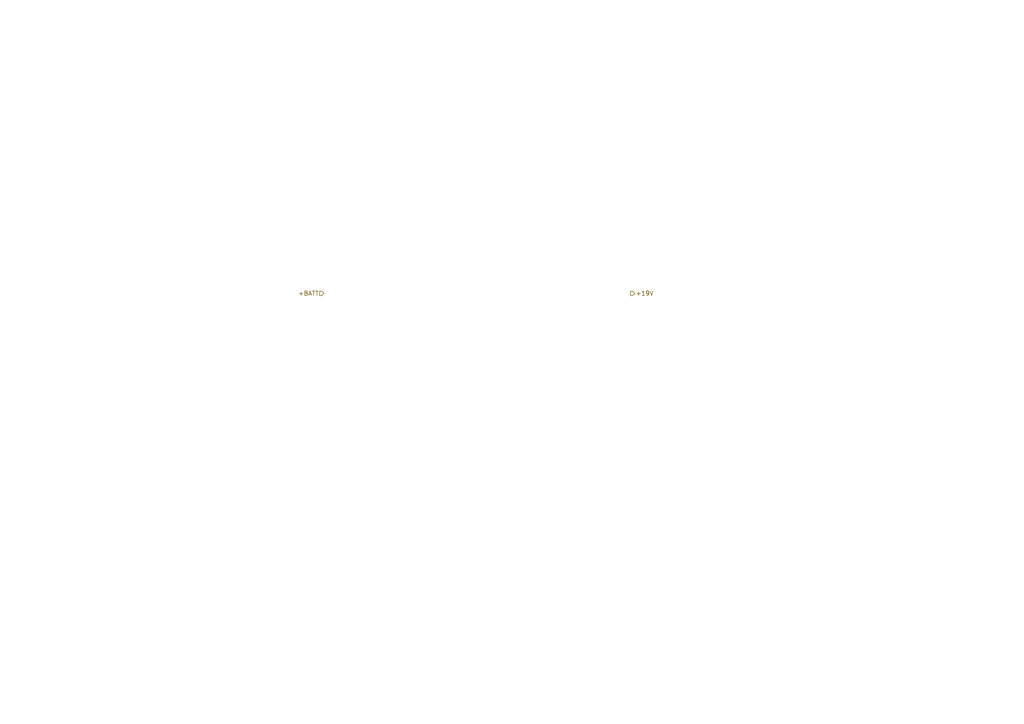
<source format=kicad_sch>
(kicad_sch
	(version 20250114)
	(generator "eeschema")
	(generator_version "9.0")
	(uuid "8489c17c-0dd0-4bcf-8da3-e811942d19d9")
	(paper "A4")
	(lib_symbols)
	(hierarchical_label "+19V"
		(shape output)
		(at 182.88 85.09 0)
		(effects
			(font
				(size 1.27 1.27)
			)
			(justify left)
		)
		(uuid "35e4d847-c877-4f32-9f35-d8b0491ae124")
	)
	(hierarchical_label "+BATT"
		(shape input)
		(at 93.98 85.09 180)
		(effects
			(font
				(size 1.27 1.27)
			)
			(justify right)
		)
		(uuid "b7215282-5144-4766-83df-980a81c1f9a6")
	)
)

</source>
